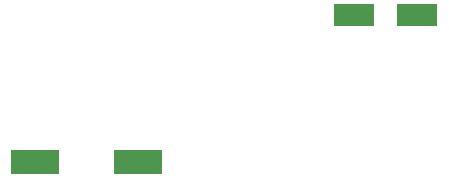
<source format=gbr>
%TF.GenerationSoftware,KiCad,Pcbnew,7.0.9*%
%TF.CreationDate,2025-08-10T16:09:38+02:00*%
%TF.ProjectId,Kicad_Projet_Sons_HW896_V1,4b696361-645f-4507-926f-6a65745f536f,rev?*%
%TF.SameCoordinates,Original*%
%TF.FileFunction,Paste,Top*%
%TF.FilePolarity,Positive*%
%FSLAX46Y46*%
G04 Gerber Fmt 4.6, Leading zero omitted, Abs format (unit mm)*
G04 Created by KiCad (PCBNEW 7.0.9) date 2025-08-10 16:09:38*
%MOMM*%
%LPD*%
G01*
G04 APERTURE LIST*
%ADD10R,4.100000X2.000000*%
%ADD11R,3.500000X1.850000*%
G04 APERTURE END LIST*
D10*
%TO.C,C2*%
X123190000Y-95250000D03*
X131890000Y-95250000D03*
%TD*%
D11*
%TO.C,C4*%
X150175000Y-82804000D03*
X155575000Y-82804000D03*
%TD*%
M02*

</source>
